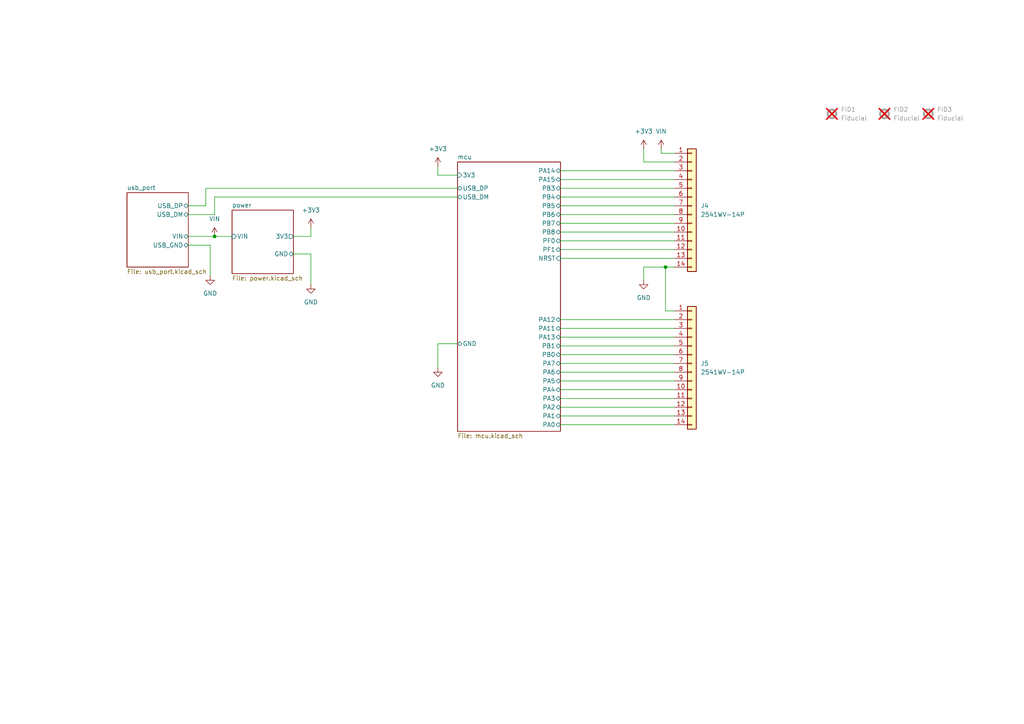
<source format=kicad_sch>
(kicad_sch (version 20250114) (generator "eeschema") (generator_version "9.0")
  (paper "A4")
  (lib_symbols
    (symbol "Connector_Generic:Conn_01x14" (pin_names (offset 1.016) (hide yes))
      (property "Reference" "J" (at 0 17.78 0))
      (property "Value" "Conn_01x14" (at 0 -20.32 0))
      (symbol "Conn_01x14_1_1"
        (rectangle (start -1.27 16.51) (end 1.27 -19.05) (stroke (width 0.254)) (fill (type background)))
        (rectangle (start -1.27 15.367) (end 0 15.113) (stroke (width 0.1524)))
        (rectangle (start -1.27 12.827) (end 0 12.573) (stroke (width 0.1524)))
        (rectangle (start -1.27 10.287) (end 0 10.033) (stroke (width 0.1524)))
        (rectangle (start -1.27 7.747) (end 0 7.493) (stroke (width 0.1524)))
        (rectangle (start -1.27 5.207) (end 0 4.953) (stroke (width 0.1524)))
        (rectangle (start -1.27 2.667) (end 0 2.413) (stroke (width 0.1524)))
        (rectangle (start -1.27 0.127) (end 0 -0.127) (stroke (width 0.1524)))
        (rectangle (start -1.27 -2.413) (end 0 -2.667) (stroke (width 0.1524)))
        (rectangle (start -1.27 -4.953) (end 0 -5.207) (stroke (width 0.1524)))
        (rectangle (start -1.27 -7.493) (end 0 -7.747) (stroke (width 0.1524)))
        (rectangle (start -1.27 -10.033) (end 0 -10.287) (stroke (width 0.1524)))
        (rectangle (start -1.27 -12.573) (end 0 -12.827) (stroke (width 0.1524)))
        (rectangle (start -1.27 -15.113) (end 0 -15.367) (stroke (width 0.1524)))
        (rectangle (start -1.27 -17.653) (end 0 -17.907) (stroke (width 0.1524)))
        (pin passive line (at -5.08 15.24 0) (length 3.81) (name "Pin_1") (number "1"))
        (pin passive line (at -5.08 12.7 0) (length 3.81) (name "Pin_2") (number "2"))
        (pin passive line (at -5.08 10.16 0) (length 3.81) (name "Pin_3") (number "3"))
        (pin passive line (at -5.08 7.62 0) (length 3.81) (name "Pin_4") (number "4"))
        (pin passive line (at -5.08 5.08 0) (length 3.81) (name "Pin_5") (number "5"))
        (pin passive line (at -5.08 2.54 0) (length 3.81) (name "Pin_6") (number "6"))
        (pin passive line (at -5.08 0 0) (length 3.81) (name "Pin_7") (number "7"))
        (pin passive line (at -5.08 -2.54 0) (length 3.81) (name "Pin_8") (number "8"))
        (pin passive line (at -5.08 -5.08 0) (length 3.81) (name "Pin_9") (number "9"))
        (pin passive line (at -5.08 -7.62 0) (length 3.81) (name "Pin_10") (number "10"))
        (pin passive line (at -5.08 -10.16 0) (length 3.81) (name "Pin_11") (number "11"))
        (pin passive line (at -5.08 -12.7 0) (length 3.81) (name "Pin_12") (number "12"))
        (pin passive line (at -5.08 -15.24 0) (length 3.81) (name "Pin_13") (number "13"))
        (pin passive line (at -5.08 -17.78 0) (length 3.81) (name "Pin_14") (number "14"))
      )
    )
    (symbol "Mechanical:Fiducial" (in_bom no)
      (property "Reference" "FID" (at 0 5.08 0))
      (property "Value" "Fiducial" (at 0 3.175 0))
      (symbol "Fiducial_0_1"
        (circle (center 0 0) (radius 1.27) (stroke (width 0.508)) (fill (type background)))
      )
    )
    (symbol "power:+3V3" (power) (pin_numbers (hide yes)) (pin_names (offset 0) (hide yes))
      (property "Value" "+3V3" (at 0 3.556 0))
      (symbol "+3V3_0_1"
        (polyline (pts (xy -0.762 1.27) (xy 0 2.54)))
        (polyline (pts (xy 0 2.54) (xy 0.762 1.27)))
        (polyline (pts (xy 0 0) (xy 0 2.54)))
      )
      (symbol "+3V3_1_1"
        (pin power_in line (at 0 0 90) (length 0) (name "~") (number "1"))
      )
    )
    (symbol "power:GND" (power) (pin_numbers (hide yes)) (pin_names (offset 0) (hide yes))
      (property "Value" "GND" (at 0 -3.81 0))
      (symbol "GND_0_1"
        (polyline (pts (xy 0 0) (xy 0 -1.27) (xy 1.27 -1.27) (xy 0 -2.54) (xy -1.27 -1.27) (xy 0 -1.27)))
      )
      (symbol "GND_1_1"
        (pin power_in line (at 0 0 270) (length 0) (name "~") (number "1"))
      )
    )
  )
  (junction (at 193.04 77.47))
  (junction (at 62.23 68.58))
  (wire (pts (xy 60.96 71.12) (xy 54.61 71.12)))
  (wire (pts (xy 186.69 43.18) (xy 186.69 46.99)))
  (wire (pts (xy 162.56 54.61) (xy 195.58 54.61)))
  (wire (pts (xy 62.23 57.15) (xy 132.715 57.15)))
  (wire (pts (xy 162.56 95.25) (xy 195.58 95.25)))
  (wire (pts (xy 90.17 68.58) (xy 85.09 68.58)))
  (wire (pts (xy 127 106.68) (xy 127 99.695)))
  (wire (pts (xy 54.61 68.58) (xy 62.23 68.58)))
  (wire (pts (xy 162.56 105.41) (xy 195.58 105.41)))
  (wire (pts (xy 191.77 44.45) (xy 195.58 44.45)))
  (wire (pts (xy 193.04 90.17) (xy 193.04 77.47)))
  (wire (pts (xy 90.17 82.55) (xy 90.17 73.66)))
  (wire (pts (xy 162.56 67.31) (xy 195.58 67.31)))
  (wire (pts (xy 162.56 118.11) (xy 195.58 118.11)))
  (wire (pts (xy 186.69 77.47) (xy 186.69 81.28)))
  (wire (pts (xy 127 99.695) (xy 132.715 99.695)))
  (wire (pts (xy 162.56 115.57) (xy 195.58 115.57)))
  (wire (pts (xy 162.56 92.71) (xy 195.58 92.71)))
  (wire (pts (xy 62.23 62.23) (xy 54.61 62.23)))
  (wire (pts (xy 191.77 43.18) (xy 191.77 44.45)))
  (wire (pts (xy 60.96 80.01) (xy 60.96 71.12)))
  (wire (pts (xy 162.56 113.03) (xy 195.58 113.03)))
  (wire (pts (xy 195.58 90.17) (xy 193.04 90.17)))
  (wire (pts (xy 162.56 49.53) (xy 195.58 49.53)))
  (wire (pts (xy 162.56 120.65) (xy 195.58 120.65)))
  (wire (pts (xy 62.23 68.58) (xy 67.31 68.58)))
  (wire (pts (xy 186.69 46.99) (xy 195.58 46.99)))
  (wire (pts (xy 195.58 77.47) (xy 193.04 77.47)))
  (wire (pts (xy 162.56 74.93) (xy 195.58 74.93)))
  (wire (pts (xy 62.23 62.23) (xy 62.23 57.15)))
  (wire (pts (xy 127 50.8) (xy 132.715 50.8)))
  (wire (pts (xy 162.56 57.15) (xy 195.58 57.15)))
  (wire (pts (xy 186.69 77.47) (xy 193.04 77.47)))
  (wire (pts (xy 127 48.26) (xy 127 50.8)))
  (wire (pts (xy 162.56 123.19) (xy 195.58 123.19)))
  (wire (pts (xy 162.56 69.85) (xy 195.58 69.85)))
  (wire (pts (xy 90.17 66.04) (xy 90.17 68.58)))
  (wire (pts (xy 59.69 54.61) (xy 132.715 54.61)))
  (wire (pts (xy 90.17 73.66) (xy 85.09 73.66)))
  (wire (pts (xy 162.56 100.33) (xy 195.58 100.33)))
  (wire (pts (xy 162.56 59.69) (xy 195.58 59.69)))
  (wire (pts (xy 162.56 64.77) (xy 195.58 64.77)))
  (wire (pts (xy 162.56 102.87) (xy 195.58 102.87)))
  (wire (pts (xy 162.56 72.39) (xy 195.58 72.39)))
  (wire (pts (xy 162.56 52.07) (xy 195.58 52.07)))
  (wire (pts (xy 162.56 62.23) (xy 195.58 62.23)))
  (wire (pts (xy 59.69 59.69) (xy 54.61 59.69)))
  (wire (pts (xy 162.56 107.95) (xy 195.58 107.95)))
  (wire (pts (xy 162.56 110.49) (xy 195.58 110.49)))
  (wire (pts (xy 162.56 97.79) (xy 195.58 97.79)))
  (wire (pts (xy 59.69 59.69) (xy 59.69 54.61)))
  (symbol (lib_id "power:+3V3") (at 62.23 68.58 0) (unit 1)
    (property "Reference" "#PWR06" (effects (hide yes)))
    (property "Value" "VIN" (at 62.23 63.5 0))
    (property "Description" "Power symbol creates a global label with name \"+3V3\"" (effects (hide yes)))
  )
  (symbol (lib_id "Mechanical:Fiducial") (at 256.54 33.02 0) (unit 1) (in_bom no) (dnp yes)
    (property "Reference" "FID2" (at 259.08 31.7499 0) (effects (justify left)))
    (property "Value" "Fiducial" (at 259.08 34.2899 0) (effects (justify left)))
    (property "Footprint" "Fiducial:Fiducial_0.5mm_Mask1mm" (effects (hide yes)))
    (property "Description" "Fiducial Marker" (effects (hide yes)))
  )
  (symbol (lib_id "Mechanical:Fiducial") (at 269.24 33.02 0) (unit 1) (in_bom no) (dnp yes)
    (property "Reference" "FID3" (at 271.78 31.7499 0) (effects (justify left)))
    (property "Value" "Fiducial" (at 271.78 34.2899 0) (effects (justify left)))
    (property "Footprint" "Fiducial:Fiducial_0.5mm_Mask1mm" (effects (hide yes)))
    (property "Description" "Fiducial Marker" (effects (hide yes)))
  )
  (symbol (lib_id "power:+3V3") (at 127 48.26 0) (unit 1)
    (property "Reference" "#PWR05" (effects (hide yes)))
    (property "Value" "+3V3" (at 127 43.18 0))
    (property "Description" "Power symbol creates a global label with name \"+3V3\"" (effects (hide yes)))
  )
  (symbol (lib_id "Connector_Generic:Conn_01x14") (at 200.66 59.69 0) (unit 1)
    (property "Reference" "J4" (at 203.2 59.6899 0) (effects (justify left)))
    (property "Value" "2541WV-14P" (at 203.2 62.2299 0) (effects (justify left)))
    (property "Footprint" "Connector_PinHeader_2.54mm:PinHeader_1x14_P2.54mm_Vertical" (effects (hide yes)))
    (property "Datasheet" "https://www.lcsc.com/product-detail/Pin-Headers_HanElectricity-2541WV-14P_C25503133.html" (effects (hide yes)))
    (property "Description" "Generic connector, single row, 01x14, script generated (kicad-library-utils/schlib/autogen/connector/)" (effects (hide yes)))
  )
  (symbol (lib_id "power:GND") (at 127 106.68 0) (unit 1)
    (property "Reference" "#PWR03" (effects (hide yes)))
    (property "Value" "GND" (at 127 111.76 0))
    (property "Description" "Power symbol creates a global label with name \"GND\" , ground" (effects (hide yes)))
  )
  (symbol (lib_id "power:GND") (at 186.69 81.28 0) (unit 1)
    (property "Reference" "#PWR09" (effects (hide yes)))
    (property "Value" "GND" (at 186.69 86.36 0))
    (property "Description" "Power symbol creates a global label with name \"GND\" , ground" (effects (hide yes)))
  )
  (symbol (lib_id "power:+3V3") (at 90.17 66.04 0) (unit 1)
    (property "Reference" "#PWR04" (effects (hide yes)))
    (property "Value" "+3V3" (at 90.17 60.96 0))
    (property "Description" "Power symbol creates a global label with name \"+3V3\"" (effects (hide yes)))
  )
  (symbol (lib_id "power:+3V3") (at 186.69 43.18 0) (unit 1)
    (property "Reference" "#PWR08" (effects (hide yes)))
    (property "Value" "+3V3" (at 186.69 38.1 0))
    (property "Description" "Power symbol creates a global label with name \"+3V3\"" (effects (hide yes)))
  )
  (symbol (lib_id "Connector_Generic:Conn_01x14") (at 200.66 105.41 0) (unit 1)
    (property "Reference" "J5" (at 203.2 105.4099 0) (effects (justify left)))
    (property "Value" "2541WV-14P" (at 203.2 107.9499 0) (effects (justify left)))
    (property "Footprint" "Connector_PinHeader_2.54mm:PinHeader_1x14_P2.54mm_Vertical" (effects (hide yes)))
    (property "Datasheet" "https://www.lcsc.com/product-detail/Pin-Headers_HanElectricity-2541WV-14P_C25503133.html" (effects (hide yes)))
    (property "Description" "Generic connector, single row, 01x14, script generated (kicad-library-utils/schlib/autogen/connector/)" (effects (hide yes)))
  )
  (symbol (lib_id "power:GND") (at 90.17 82.55 0) (unit 1)
    (property "Reference" "#PWR02" (effects (hide yes)))
    (property "Value" "GND" (at 90.17 87.63 0))
    (property "Description" "Power symbol creates a global label with name \"GND\" , ground" (effects (hide yes)))
  )
  (symbol (lib_id "power:GND") (at 60.96 80.01 0) (unit 1)
    (property "Reference" "#PWR01" (effects (hide yes)))
    (property "Value" "GND" (at 60.96 85.09 0))
    (property "Description" "Power symbol creates a global label with name \"GND\" , ground" (effects (hide yes)))
  )
  (symbol (lib_id "power:+3V3") (at 191.77 43.18 0) (unit 1)
    (property "Reference" "#PWR07" (effects (hide yes)))
    (property "Value" "VIN" (at 191.77 38.1 0))
    (property "Description" "Power symbol creates a global label with name \"+3V3\"" (effects (hide yes)))
  )
  (symbol (lib_id "Mechanical:Fiducial") (at 241.3 33.02 0) (unit 1) (in_bom no) (dnp yes)
    (property "Reference" "FID1" (at 243.84 31.7499 0) (effects (justify left)))
    (property "Value" "Fiducial" (at 243.84 34.2899 0) (effects (justify left)))
    (property "Footprint" "Fiducial:Fiducial_0.5mm_Mask1mm" (effects (hide yes)))
    (property "Description" "Fiducial Marker" (effects (hide yes)))
  )
  (sheet (at 132.715 46.99) (size 29.845 78.105) (stroke (width 0.1524))
    (property "Sheetname" "mcu" (at 132.715 46.2784 0) (effects (justify left bottom)))
    (property "Sheetfile" "mcu.kicad_sch" (at 132.715 125.6796 0) (effects (justify left top)))
    (pin "3V3" input (at 132.715 50.8 180))
    (pin "GND" bidirectional (at 132.715 99.695 180))
    (pin "NRST" input (at 162.56 74.93 0))
    (pin "PA0" bidirectional (at 162.56 123.19 0))
    (pin "PA1" bidirectional (at 162.56 120.65 0))
    (pin "PA2" bidirectional (at 162.56 118.11 0))
    (pin "PA3" bidirectional (at 162.56 115.57 0))
    (pin "PA4" bidirectional (at 162.56 113.03 0))
    (pin "PA5" bidirectional (at 162.56 110.49 0))
    (pin "PA6" bidirectional (at 162.56 107.95 0))
    (pin "PA7" bidirectional (at 162.56 105.41 0))
    (pin "PA11" bidirectional (at 162.56 95.25 0))
    (pin "PA12" bidirectional (at 162.56 92.71 0))
    (pin "PA13" bidirectional (at 162.56 97.79 0))
    (pin "PA14" bidirectional (at 162.56 49.53 0))
    (pin "PA15" bidirectional (at 162.56 52.07 0))
    (pin "PB0" bidirectional (at 162.56 102.87 0))
    (pin "PB1" bidirectional (at 162.56 100.33 0))
    (pin "PB3" bidirectional (at 162.56 54.61 0))
    (pin "PB4" bidirectional (at 162.56 57.15 0))
    (pin "PB5" bidirectional (at 162.56 59.69 0))
    (pin "PB6" bidirectional (at 162.56 62.23 0))
    (pin "PB7" bidirectional (at 162.56 64.77 0))
    (pin "PB8" bidirectional (at 162.56 67.31 0))
    (pin "PF0" bidirectional (at 162.56 69.85 0))
    (pin "PF1" bidirectional (at 162.56 72.39 0))
    (pin "USB_DM" bidirectional (at 132.715 57.15 180))
    (pin "USB_DP" bidirectional (at 132.715 54.61 180))
  )
  (sheet (at 36.83 55.88) (size 17.78 21.59) (stroke (width 0.1524))
    (property "Sheetname" "usb_port" (at 36.83 55.1684 0) (effects (justify left bottom)))
    (property "Sheetfile" "usb_port.kicad_sch" (at 36.83 78.0546 0) (effects (justify left top)))
    (pin "USB_DP" bidirectional (at 54.61 59.69 0))
    (pin "USB_DM" bidirectional (at 54.61 62.23 0))
    (pin "USB_GND" bidirectional (at 54.61 71.12 0))
    (pin "VIN" bidirectional (at 54.61 68.58 0))
  )
  (sheet (at 67.31 60.96) (size 17.78 18.415) (stroke (width 0.1524))
    (property "Sheetname" "power" (at 67.31 60.2484 0) (effects (justify left bottom)))
    (property "Sheetfile" "power.kicad_sch" (at 67.31 79.9596 0) (effects (justify left top)))
    (pin "3V3" output (at 85.09 68.58 0))
    (pin "GND" bidirectional (at 85.09 73.66 0))
    (pin "VIN" input (at 67.31 68.58 180))
  )
)
</source>
